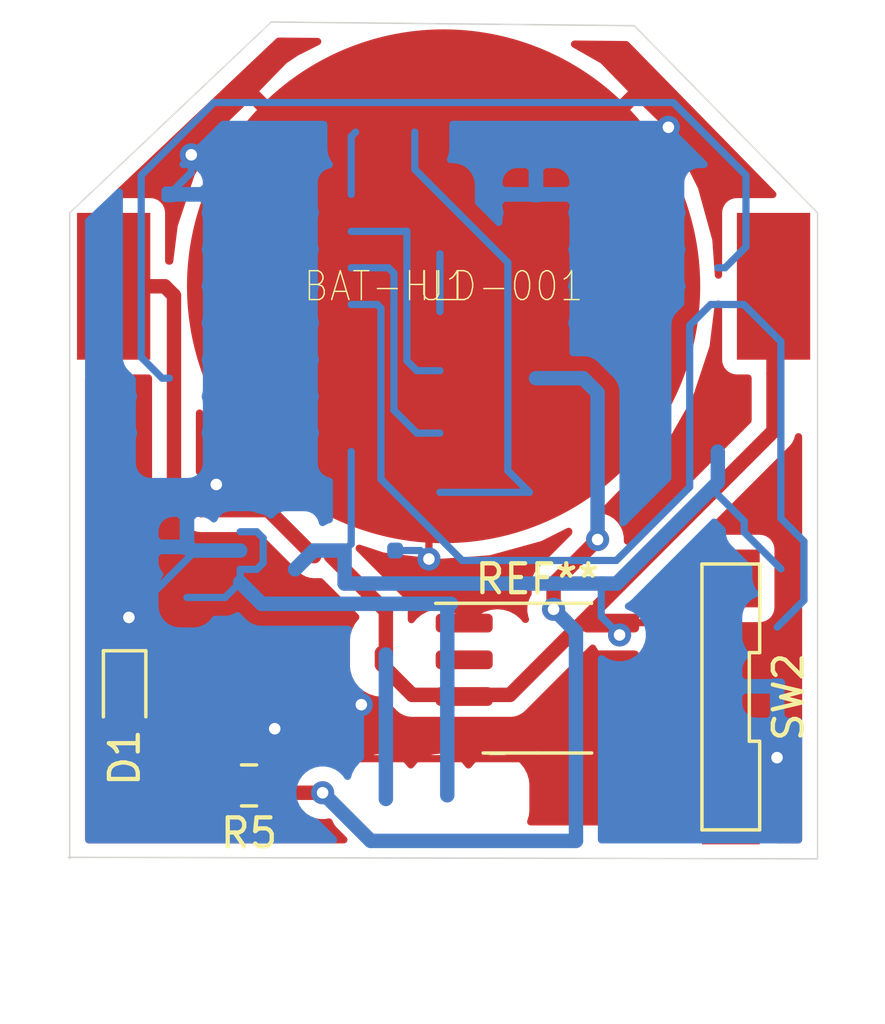
<source format=kicad_pcb>
(kicad_pcb (version 20171130) (host pcbnew 5.1.2-f72e74a~84~ubuntu18.04.1)

  (general
    (thickness 1.6)
    (drawings 6)
    (tracks 171)
    (zones 0)
    (modules 5)
    (nets 16)
  )

  (page A4)
  (layers
    (0 F.Cu signal)
    (31 B.Cu signal)
    (32 B.Adhes user)
    (33 F.Adhes user)
    (34 B.Paste user)
    (35 F.Paste user)
    (36 B.SilkS user)
    (37 F.SilkS user)
    (38 B.Mask user)
    (39 F.Mask user)
    (40 Dwgs.User user)
    (41 Cmts.User user)
    (42 Eco1.User user)
    (43 Eco2.User user)
    (44 Edge.Cuts user)
    (45 Margin user hide)
    (46 B.CrtYd user)
    (47 F.CrtYd user)
    (48 B.Fab user)
    (49 F.Fab user)
  )

  (setup
    (last_trace_width 0.25)
    (user_trace_width 0.5)
    (trace_clearance 0.2)
    (zone_clearance 0.508)
    (zone_45_only no)
    (trace_min 0.2)
    (via_size 0.8)
    (via_drill 0.4)
    (via_min_size 0.4)
    (via_min_drill 0.3)
    (uvia_size 0.3)
    (uvia_drill 0.1)
    (uvias_allowed no)
    (uvia_min_size 0.2)
    (uvia_min_drill 0.1)
    (edge_width 0.05)
    (segment_width 0.2)
    (pcb_text_width 0.3)
    (pcb_text_size 1.5 1.5)
    (mod_edge_width 0.12)
    (mod_text_size 1 1)
    (mod_text_width 0.15)
    (pad_size 1.524 1.524)
    (pad_drill 0.762)
    (pad_to_mask_clearance 0.051)
    (solder_mask_min_width 0.25)
    (aux_axis_origin 0 0)
    (visible_elements FFFFFF7F)
    (pcbplotparams
      (layerselection 0x010fc_ffffffff)
      (usegerberextensions false)
      (usegerberattributes false)
      (usegerberadvancedattributes false)
      (creategerberjobfile false)
      (excludeedgelayer true)
      (linewidth 0.100000)
      (plotframeref false)
      (viasonmask false)
      (mode 1)
      (useauxorigin false)
      (hpglpennumber 1)
      (hpglpenspeed 20)
      (hpglpendiameter 15.000000)
      (psnegative false)
      (psa4output false)
      (plotreference true)
      (plotvalue true)
      (plotinvisibletext false)
      (padsonsilk false)
      (subtractmaskfromsilk false)
      (outputformat 1)
      (mirror false)
      (drillshape 1)
      (scaleselection 1)
      (outputdirectory ""))
  )

  (net 0 "")
  (net 1 "Net-(C1-Pad1)")
  (net 2 GND)
  (net 3 "Net-(C2-Pad1)")
  (net 4 "Net-(C3-Pad1)")
  (net 5 "Net-(C3-Pad2)")
  (net 6 "Net-(D1-Pad2)")
  (net 7 "Net-(R2-Pad1)")
  (net 8 "Net-(R3-Pad1)")
  (net 9 "Net-(R3-Pad2)")
  (net 10 "Net-(R5-Pad1)")
  (net 11 +3V3)
  (net 12 "Net-(U3-Pad3)")
  (net 13 "Net-(C4-Pad2)")
  (net 14 "Net-(D2-Pad2)")
  (net 15 "Net-(R6-Pad1)")

  (net_class Default "This is the default net class."
    (clearance 0.2)
    (trace_width 0.25)
    (via_dia 0.8)
    (via_drill 0.4)
    (uvia_dia 0.3)
    (uvia_drill 0.1)
    (add_net +3V3)
    (add_net GND)
    (add_net "Net-(C1-Pad1)")
    (add_net "Net-(C2-Pad1)")
    (add_net "Net-(C3-Pad1)")
    (add_net "Net-(C3-Pad2)")
    (add_net "Net-(C4-Pad2)")
    (add_net "Net-(D1-Pad2)")
    (add_net "Net-(D2-Pad2)")
    (add_net "Net-(R2-Pad1)")
    (add_net "Net-(R3-Pad1)")
    (add_net "Net-(R3-Pad2)")
    (add_net "Net-(R5-Pad1)")
    (add_net "Net-(R6-Pad1)")
    (add_net "Net-(U3-Pad3)")
  )

  (module Package_SO:SOP-8_3.76x4.96mm_P1.27mm (layer F.Cu) (tedit 5C4A362D) (tstamp 5D687821)
    (at 149.3 98.65)
    (descr "SOP, 8 Pin (https://ww2.minicircuits.com/case_style/XX211.pdf), generated with kicad-footprint-generator ipc_gullwing_generator.py")
    (tags "SOP SO")
    (attr smd)
    (fp_text reference REF** (at 0 -3.43) (layer F.SilkS)
      (effects (font (size 1 1) (thickness 0.15)))
    )
    (fp_text value SOP-8_3.76x4.96mm_P1.27mm (at 0 3.43) (layer F.Fab)
      (effects (font (size 1 1) (thickness 0.15)))
    )
    (fp_text user %R (at 0 0) (layer F.Fab)
      (effects (font (size 0.94 0.94) (thickness 0.14)))
    )
    (fp_line (start 3.78 -2.73) (end -3.78 -2.73) (layer F.CrtYd) (width 0.05))
    (fp_line (start 3.78 2.73) (end 3.78 -2.73) (layer F.CrtYd) (width 0.05))
    (fp_line (start -3.78 2.73) (end 3.78 2.73) (layer F.CrtYd) (width 0.05))
    (fp_line (start -3.78 -2.73) (end -3.78 2.73) (layer F.CrtYd) (width 0.05))
    (fp_line (start -1.88 -1.54) (end -0.94 -2.48) (layer F.Fab) (width 0.1))
    (fp_line (start -1.88 2.48) (end -1.88 -1.54) (layer F.Fab) (width 0.1))
    (fp_line (start 1.88 2.48) (end -1.88 2.48) (layer F.Fab) (width 0.1))
    (fp_line (start 1.88 -2.48) (end 1.88 2.48) (layer F.Fab) (width 0.1))
    (fp_line (start -0.94 -2.48) (end 1.88 -2.48) (layer F.Fab) (width 0.1))
    (fp_line (start 0 -2.59) (end -3.525 -2.59) (layer F.SilkS) (width 0.12))
    (fp_line (start 0 -2.59) (end 1.88 -2.59) (layer F.SilkS) (width 0.12))
    (fp_line (start 0 2.59) (end -1.88 2.59) (layer F.SilkS) (width 0.12))
    (fp_line (start 0 2.59) (end 1.88 2.59) (layer F.SilkS) (width 0.12))
    (pad 8 smd roundrect (at 2.5375 -1.905) (size 1.975 0.65) (layers F.Cu F.Paste F.Mask) (roundrect_rratio 0.25))
    (pad 7 smd roundrect (at 2.5375 -0.635) (size 1.975 0.65) (layers F.Cu F.Paste F.Mask) (roundrect_rratio 0.25))
    (pad 6 smd roundrect (at 2.5375 0.635) (size 1.975 0.65) (layers F.Cu F.Paste F.Mask) (roundrect_rratio 0.25))
    (pad 5 smd roundrect (at 2.5375 1.905) (size 1.975 0.65) (layers F.Cu F.Paste F.Mask) (roundrect_rratio 0.25))
    (pad 4 smd roundrect (at -2.5375 1.905) (size 1.975 0.65) (layers F.Cu F.Paste F.Mask) (roundrect_rratio 0.25))
    (pad 3 smd roundrect (at -2.5375 0.635) (size 1.975 0.65) (layers F.Cu F.Paste F.Mask) (roundrect_rratio 0.25))
    (pad 2 smd roundrect (at -2.5375 -0.635) (size 1.975 0.65) (layers F.Cu F.Paste F.Mask) (roundrect_rratio 0.25))
    (pad 1 smd roundrect (at -2.5375 -1.905) (size 1.975 0.65) (layers F.Cu F.Paste F.Mask) (roundrect_rratio 0.25))
    (model ${KISYS3DMOD}/Package_SO.3dshapes/SOP-8_3.76x4.96mm_P1.27mm.wrl
      (at (xyz 0 0 0))
      (scale (xyz 1 1 1))
      (rotate (xyz 0 0 0))
    )
  )

  (module Resistor_SMD:R_0805_2012Metric_Pad1.15x1.40mm_HandSolder (layer F.Cu) (tedit 5B36C52B) (tstamp 5D2C9391)
    (at 139.31 102.362 180)
    (descr "Resistor SMD 0805 (2012 Metric), square (rectangular) end terminal, IPC_7351 nominal with elongated pad for handsoldering. (Body size source: https://docs.google.com/spreadsheets/d/1BsfQQcO9C6DZCsRaXUlFlo91Tg2WpOkGARC1WS5S8t0/edit?usp=sharing), generated with kicad-footprint-generator")
    (tags "resistor handsolder")
    (path /5D2CDD46)
    (attr smd)
    (fp_text reference R5 (at 0 -1.65) (layer F.SilkS)
      (effects (font (size 1 1) (thickness 0.15)))
    )
    (fp_text value R (at 0 1.65) (layer F.Fab)
      (effects (font (size 1 1) (thickness 0.15)))
    )
    (fp_text user %R (at -1.077001 -0.607001) (layer F.Fab)
      (effects (font (size 0.5 0.5) (thickness 0.08)))
    )
    (fp_line (start 1.85 0.95) (end -1.85 0.95) (layer F.CrtYd) (width 0.05))
    (fp_line (start 1.85 -0.95) (end 1.85 0.95) (layer F.CrtYd) (width 0.05))
    (fp_line (start -1.85 -0.95) (end 1.85 -0.95) (layer F.CrtYd) (width 0.05))
    (fp_line (start -1.85 0.95) (end -1.85 -0.95) (layer F.CrtYd) (width 0.05))
    (fp_line (start -0.261252 0.71) (end 0.261252 0.71) (layer F.SilkS) (width 0.12))
    (fp_line (start -0.261252 -0.71) (end 0.261252 -0.71) (layer F.SilkS) (width 0.12))
    (fp_line (start 1 0.6) (end -1 0.6) (layer F.Fab) (width 0.1))
    (fp_line (start 1 -0.6) (end 1 0.6) (layer F.Fab) (width 0.1))
    (fp_line (start -1 -0.6) (end 1 -0.6) (layer F.Fab) (width 0.1))
    (fp_line (start -1 0.6) (end -1 -0.6) (layer F.Fab) (width 0.1))
    (pad 2 smd roundrect (at 1.025 0 180) (size 1.15 1.4) (layers F.Cu F.Paste F.Mask) (roundrect_rratio 0.217391)
      (net 6 "Net-(D1-Pad2)"))
    (pad 1 smd roundrect (at -1.025 0 180) (size 1.15 1.4) (layers F.Cu F.Paste F.Mask) (roundrect_rratio 0.217391)
      (net 10 "Net-(R5-Pad1)"))
    (model ${KISYS3DMOD}/Resistor_SMD.3dshapes/R_0805_2012Metric.wrl
      (at (xyz 0 0 0))
      (scale (xyz 1 1 1))
      (rotate (xyz 0 0 0))
    )
  )

  (module BAT-HLD-001:BAT-HLD-001 (layer F.Cu) (tedit 0) (tstamp 5D2C93C0)
    (at 146.05 85.09)
    (path /5D2D9E2F)
    (attr smd)
    (fp_text reference U1 (at 0 0) (layer F.SilkS)
      (effects (font (size 1 0.9) (thickness 0.05)))
    )
    (fp_text value BAT-HLD-001 (at 0 0) (layer F.SilkS)
      (effects (font (size 1 0.9) (thickness 0.05)))
    )
    (pad +@1 smd rect (at -11.43 0) (size 2.54 5.08) (layers F.Cu F.Paste F.Mask)
      (net 11 +3V3))
    (pad +@2 smd rect (at 11.43 0) (size 2.54 5.08) (layers F.Cu F.Paste F.Mask)
      (net 11 +3V3))
    (pad - smd circle (at 0 0) (size 17.78 17.78) (layers F.Cu F.Paste F.Mask)
      (net 2 GND))
  )

  (module LED_SMD:LED_0603_1608Metric (layer F.Cu) (tedit 5B301BBE) (tstamp 5D54F1D9)
    (at 135 99.1875 270)
    (descr "LED SMD 0603 (1608 Metric), square (rectangular) end terminal, IPC_7351 nominal, (Body size source: http://www.tortai-tech.com/upload/download/2011102023233369053.pdf), generated with kicad-footprint-generator")
    (tags diode)
    (path /5D2CE16F)
    (attr smd)
    (fp_text reference D1 (at 2.2125 0 90) (layer F.SilkS)
      (effects (font (size 1 1) (thickness 0.15)))
    )
    (fp_text value LED (at 0 1.43 90) (layer F.Fab)
      (effects (font (size 1 1) (thickness 0.15)))
    )
    (fp_line (start 0.8 -0.4) (end -0.5 -0.4) (layer F.Fab) (width 0.1))
    (fp_line (start -0.5 -0.4) (end -0.8 -0.1) (layer F.Fab) (width 0.1))
    (fp_line (start -0.8 -0.1) (end -0.8 0.4) (layer F.Fab) (width 0.1))
    (fp_line (start -0.8 0.4) (end 0.8 0.4) (layer F.Fab) (width 0.1))
    (fp_line (start 0.8 0.4) (end 0.8 -0.4) (layer F.Fab) (width 0.1))
    (fp_line (start 0.8 -0.735) (end -1.485 -0.735) (layer F.SilkS) (width 0.12))
    (fp_line (start -1.485 -0.735) (end -1.485 0.735) (layer F.SilkS) (width 0.12))
    (fp_line (start -1.485 0.735) (end 0.8 0.735) (layer F.SilkS) (width 0.12))
    (fp_line (start -1.48 0.73) (end -1.48 -0.73) (layer F.CrtYd) (width 0.05))
    (fp_line (start -1.48 -0.73) (end 1.48 -0.73) (layer F.CrtYd) (width 0.05))
    (fp_line (start 1.48 -0.73) (end 1.48 0.73) (layer F.CrtYd) (width 0.05))
    (fp_line (start 1.48 0.73) (end -1.48 0.73) (layer F.CrtYd) (width 0.05))
    (fp_text user %R (at 0 0 90) (layer F.Fab)
      (effects (font (size 0.4 0.4) (thickness 0.06)))
    )
    (pad 1 smd roundrect (at -0.7875 0 270) (size 0.875 0.95) (layers F.Cu F.Paste F.Mask) (roundrect_rratio 0.25)
      (net 2 GND))
    (pad 2 smd roundrect (at 0.7875 0 270) (size 0.875 0.95) (layers F.Cu F.Paste F.Mask) (roundrect_rratio 0.25)
      (net 6 "Net-(D1-Pad2)"))
    (model ${KISYS3DMOD}/LED_SMD.3dshapes/LED_0603_1608Metric.wrl
      (at (xyz 0 0 0))
      (scale (xyz 1 1 1))
      (rotate (xyz 0 0 0))
    )
  )

  (module "PTS636 SK50 LFS:PTS636-SK50-LFS" (layer F.Cu) (tedit 5D54B7B1) (tstamp 5D54F20F)
    (at 156 99.3 180)
    (path /5D2F62A0)
    (fp_text reference SW2 (at -2 0 90) (layer F.SilkS)
      (effects (font (size 1 1) (thickness 0.15)))
    )
    (fp_text value SW_Push (at 0 -6.35) (layer F.Fab)
      (effects (font (size 1 1) (thickness 0.15)))
    )
    (fp_line (start -1 4.6) (end 0.999999 4.6) (layer F.SilkS) (width 0.12))
    (fp_line (start 0.999999 4.6) (end 1 -4.6) (layer F.SilkS) (width 0.12))
    (fp_line (start 1 -4.6) (end -0.999999 -4.6) (layer F.SilkS) (width 0.12))
    (fp_line (start -0.999999 -4.6) (end -0.999999 -1.533333) (layer F.SilkS) (width 0.12))
    (fp_line (start -0.999999 -1.533333) (end -0.639999 -1.533333) (layer F.SilkS) (width 0.12))
    (fp_line (start -0.639999 -1.533333) (end -0.64 1.533333) (layer F.SilkS) (width 0.12))
    (fp_line (start -0.64 1.533333) (end -1 1.533333) (layer F.SilkS) (width 0.12))
    (fp_line (start -1 1.533333) (end -1 4.6) (layer F.SilkS) (width 0.12))
    (fp_line (start -0.75 -4.35) (end 0.75 -4.35) (layer F.CrtYd) (width 0.05))
    (fp_line (start 0.75 -4.35) (end 0.75 4.35) (layer F.CrtYd) (width 0.05))
    (fp_line (start 0.75 4.35) (end -0.75 4.35) (layer F.CrtYd) (width 0.05))
    (fp_line (start -0.75 4.35) (end -0.75 -4.35) (layer F.CrtYd) (width 0.05))
    (pad 2 smd rect (at 0 -4.1 180) (size 2 2) (layers F.Cu F.Paste F.Mask)
      (net 15 "Net-(R6-Pad1)"))
    (pad 1 smd rect (at 0 4.1 180) (size 2 2) (layers F.Cu F.Paste F.Mask)
      (net 3 "Net-(C2-Pad1)"))
  )

  (gr_line (start 133.05 104.85) (end 159.004 104.902) (layer Edge.Cuts) (width 0.05))
  (gr_line (start 133.096 82.55) (end 133.096 104.902) (layer Edge.Cuts) (width 0.05))
  (gr_line (start 159.004 82.55) (end 159.004 104.902) (layer Edge.Cuts) (width 0.05))
  (gr_line (start 152.654 76.073) (end 159.004 82.55) (layer Edge.Cuts) (width 0.05))
  (gr_line (start 140.081 75.946) (end 152.654 76.073) (layer Edge.Cuts) (width 0.05))
  (gr_line (start 133.096 82.55) (end 140.081 75.946) (layer Edge.Cuts) (width 0.05))

  (segment (start 137.735 95.857) (end 137.16 95.857) (width 0.25) (layer B.Cu) (net 1))
  (segment (start 138.481 95.857) (end 137.735 95.857) (width 0.25) (layer B.Cu) (net 1))
  (segment (start 139.004 95.334) (end 138.481 95.857) (width 0.25) (layer B.Cu) (net 1))
  (segment (start 139.004 94.884) (end 139.004 95.334) (width 0.25) (layer B.Cu) (net 1))
  (segment (start 146.177 96.203) (end 146.177 97.703) (width 0.5) (layer B.Cu) (net 1))
  (segment (start 139.74701 96.07701) (end 146.30299 96.07701) (width 0.5) (layer B.Cu) (net 1))
  (segment (start 146.30299 96.07701) (end 146.177 96.203) (width 0.5) (layer B.Cu) (net 1))
  (segment (start 139.004 95.334) (end 139.74701 96.07701) (width 0.5) (layer B.Cu) (net 1))
  (segment (start 146.177 99.203) (end 146.177 102.703) (width 0.5) (layer B.Cu) (net 1))
  (segment (start 146.177 97.703) (end 146.177 99.203) (width 0.5) (layer B.Cu) (net 1))
  (segment (start 139.579 93.584) (end 139.8 93.805) (width 0.25) (layer B.Cu) (net 1))
  (segment (start 139.004 93.584) (end 139.579 93.584) (width 0.25) (layer B.Cu) (net 1))
  (segment (start 139.579 94.884) (end 139.004 94.884) (width 0.25) (layer B.Cu) (net 1))
  (segment (start 139.8 94.663) (end 139.579 94.884) (width 0.25) (layer B.Cu) (net 1))
  (segment (start 139.8 93.805) (end 139.8 94.663) (width 0.25) (layer B.Cu) (net 1))
  (segment (start 137.287 94.234) (end 139.004 94.234) (width 0.5) (layer B.Cu) (net 2))
  (segment (start 137.16 94.107) (end 137.287 94.234) (width 0.5) (layer B.Cu) (net 2))
  (via (at 153.837848 79.588152) (size 0.8) (drill 0.4) (layers F.Cu B.Cu) (net 2))
  (segment (start 149.25 81.91) (end 151.516 81.91) (width 0.25) (layer B.Cu) (net 2))
  (segment (start 151.516 81.91) (end 153.837848 79.588152) (width 0.25) (layer B.Cu) (net 2))
  (segment (start 147.770315 85.09) (end 146.05 85.09) (width 0.25) (layer F.Cu) (net 2))
  (segment (start 153.272163 79.588152) (end 147.770315 85.09) (width 0.25) (layer F.Cu) (net 2))
  (segment (start 153.837848 79.588152) (end 153.272163 79.588152) (width 0.25) (layer F.Cu) (net 2))
  (segment (start 139.004 94.234) (end 137.46249 94.234) (width 0.25) (layer B.Cu) (net 2))
  (via (at 137.309652 80.540652) (size 0.8) (drill 0.4) (layers F.Cu B.Cu) (net 2))
  (segment (start 146.05 85.09) (end 141.859 85.09) (width 0.25) (layer F.Cu) (net 2))
  (segment (start 141.859 85.09) (end 137.309652 80.540652) (width 0.25) (layer F.Cu) (net 2))
  (segment (start 137.309652 81.150348) (end 136.55 81.91) (width 0.25) (layer B.Cu) (net 2))
  (segment (start 137.309652 80.540652) (end 137.309652 81.150348) (width 0.25) (layer B.Cu) (net 2))
  (via (at 145.542 94.527) (size 0.8) (drill 0.4) (layers F.Cu B.Cu) (net 2))
  (segment (start 144.371 94.234) (end 145.249 94.234) (width 0.25) (layer B.Cu) (net 2))
  (segment (start 145.249 94.234) (end 145.542 94.527) (width 0.25) (layer B.Cu) (net 2))
  (via (at 138.176 91.948) (size 0.8) (drill 0.4) (layers F.Cu B.Cu) (net 2))
  (segment (start 146.05 85.09) (end 145.034 85.09) (width 0.25) (layer F.Cu) (net 2))
  (segment (start 145.034 85.09) (end 138.176 91.948) (width 0.25) (layer F.Cu) (net 2))
  (segment (start 137.16 92.964) (end 137.16 94.107) (width 0.25) (layer B.Cu) (net 2))
  (segment (start 138.176 91.948) (end 137.16 92.964) (width 0.25) (layer B.Cu) (net 2))
  (segment (start 145.542 85.598) (end 146.05 85.09) (width 0.25) (layer F.Cu) (net 2))
  (segment (start 145.542 94.527) (end 145.542 85.598) (width 0.25) (layer F.Cu) (net 2))
  (segment (start 135 96.69649) (end 135.148245 96.548245) (width 0.25) (layer F.Cu) (net 2))
  (via (at 135.148245 96.548245) (size 0.8) (drill 0.4) (layers F.Cu B.Cu) (net 2))
  (segment (start 135 98.4) (end 135 96.69649) (width 0.25) (layer F.Cu) (net 2))
  (segment (start 137.46249 94.234) (end 135.148245 96.548245) (width 0.25) (layer B.Cu) (net 2))
  (segment (start 135.148245 96.548245) (end 133.825999 97.870491) (width 0.25) (layer B.Cu) (net 2))
  (segment (start 133.890999 100.235001) (end 136.450059 100.235001) (width 0.25) (layer B.Cu) (net 2))
  (segment (start 133.825999 100.170001) (end 133.890999 100.235001) (width 0.25) (layer B.Cu) (net 2))
  (segment (start 143.2 99.568) (end 142.634315 99.568) (width 0.25) (layer F.Cu) (net 2))
  (segment (start 136.450059 100.235001) (end 137.11706 99.568) (width 0.25) (layer B.Cu) (net 2))
  (segment (start 133.825999 97.870491) (end 133.825999 100.170001) (width 0.25) (layer B.Cu) (net 2))
  (via (at 143.2 99.568) (size 0.8) (drill 0.4) (layers F.Cu B.Cu) (net 2))
  (segment (start 142.399999 101.436001) (end 155.103999 101.436001) (width 0.25) (layer F.Cu) (net 2))
  (segment (start 142.022999 101.059001) (end 142.399999 101.436001) (width 0.25) (layer F.Cu) (net 2))
  (segment (start 142.022999 100.179316) (end 142.022999 101.059001) (width 0.25) (layer F.Cu) (net 2))
  (segment (start 142.634315 99.568) (end 142.022999 100.179316) (width 0.25) (layer F.Cu) (net 2))
  (via (at 157.6 101.4) (size 0.8) (drill 0.4) (layers F.Cu B.Cu) (net 2))
  (segment (start 155.103999 101.436001) (end 157.563999 101.436001) (width 0.25) (layer F.Cu) (net 2))
  (segment (start 157.563999 101.436001) (end 157.6 101.4) (width 0.25) (layer F.Cu) (net 2))
  (segment (start 157.6 98.94) (end 157.607 98.933) (width 0.25) (layer B.Cu) (net 2))
  (segment (start 157.6 101.4) (end 157.6 98.94) (width 0.25) (layer B.Cu) (net 2))
  (via (at 140.2 100.4) (size 0.8) (drill 0.4) (layers F.Cu B.Cu) (net 2))
  (segment (start 137.2 99.975) (end 139.775 99.975) (width 0.25) (layer F.Cu) (net 2))
  (segment (start 139.775 99.975) (end 140.2 100.4) (width 0.25) (layer F.Cu) (net 2))
  (segment (start 140.2 100.4) (end 140.2 99.834315) (width 0.25) (layer B.Cu) (net 2))
  (segment (start 137.11706 99.568) (end 140.368 99.568) (width 0.25) (layer B.Cu) (net 2))
  (segment (start 140.368 99.666315) (end 140.368 99.568) (width 0.25) (layer B.Cu) (net 2))
  (segment (start 140.2 99.834315) (end 140.368 99.666315) (width 0.25) (layer B.Cu) (net 2))
  (segment (start 140.368 99.568) (end 143.2 99.568) (width 0.25) (layer B.Cu) (net 2))
  (segment (start 142.85 94.005) (end 142.621 94.234) (width 0.25) (layer B.Cu) (net 3))
  (segment (start 142.85 90.81) (end 142.85 94.005) (width 0.25) (layer B.Cu) (net 3))
  (segment (start 141.554 94.234) (end 140.904 94.884) (width 0.5) (layer B.Cu) (net 3))
  (segment (start 142.621 94.234) (end 141.554 94.234) (width 0.5) (layer B.Cu) (net 3))
  (segment (start 142.621 94.234) (end 142.621 95.377) (width 0.5) (layer B.Cu) (net 3))
  (segment (start 155.55 91.874) (end 155.55 90.81) (width 0.5) (layer B.Cu) (net 3))
  (segment (start 157.734 94.869) (end 156.464 93.599) (width 0.25) (layer B.Cu) (net 3))
  (segment (start 156.464 93.218) (end 155.335 92.089) (width 0.25) (layer B.Cu) (net 3))
  (segment (start 156.464 93.599) (end 156.464 93.218) (width 0.25) (layer B.Cu) (net 3))
  (segment (start 152.047 95.377) (end 155.335 92.089) (width 0.5) (layer B.Cu) (net 3))
  (segment (start 155.335 92.089) (end 155.55 91.874) (width 0.5) (layer B.Cu) (net 3))
  (segment (start 142.621 95.377) (end 151.511 95.377) (width 0.5) (layer B.Cu) (net 3))
  (segment (start 151.511 95.377) (end 152.047 95.377) (width 0.5) (layer B.Cu) (net 3))
  (segment (start 151.511 96.52) (end 151.511 95.377) (width 0.25) (layer B.Cu) (net 3))
  (segment (start 152.146 97.155) (end 151.511 96.52) (width 0.25) (layer B.Cu) (net 3))
  (segment (start 152.571 96.73) (end 152.146 97.155) (width 0.25) (layer F.Cu) (net 3))
  (segment (start 153.797 96.73) (end 152.571 96.73) (width 0.25) (layer F.Cu) (net 3))
  (via (at 152.146 97.155) (size 0.8) (drill 0.4) (layers F.Cu B.Cu) (net 3))
  (segment (start 156 95.2) (end 154.75 95.2) (width 0.25) (layer F.Cu) (net 3))
  (segment (start 153.797 96.153) (end 153.797 96.997) (width 0.25) (layer F.Cu) (net 3))
  (segment (start 154.75 95.2) (end 153.797 96.153) (width 0.25) (layer F.Cu) (net 3))
  (segment (start 153.797 96.997) (end 153.797 96.73) (width 0.25) (layer F.Cu) (net 3))
  (segment (start 142.85 79.908) (end 143.002 79.756) (width 0.25) (layer B.Cu) (net 4))
  (segment (start 142.85 81.91) (end 142.85 79.908) (width 0.25) (layer B.Cu) (net 4))
  (segment (start 145.052 81.044) (end 145.923 81.915) (width 0.25) (layer B.Cu) (net 5))
  (segment (start 145.052 79.756) (end 145.052 81.044) (width 0.25) (layer B.Cu) (net 5))
  (segment (start 146.546372 82.538372) (end 145.923 81.915) (width 0.25) (layer B.Cu) (net 5))
  (segment (start 148.274999 84.266999) (end 146.546372 82.538372) (width 0.25) (layer B.Cu) (net 5))
  (segment (start 148.274999 91.470001) (end 148.274999 84.266999) (width 0.25) (layer B.Cu) (net 5))
  (segment (start 149.024998 92.22) (end 148.274999 91.470001) (width 0.25) (layer B.Cu) (net 5))
  (segment (start 145.923 92.22) (end 149.024998 92.22) (width 0.25) (layer B.Cu) (net 5))
  (segment (start 137.387 102.362) (end 137.349 102.4) (width 0.25) (layer F.Cu) (net 6))
  (segment (start 138.285 102.362) (end 137.387 102.362) (width 0.25) (layer F.Cu) (net 6))
  (segment (start 137.349 102.4) (end 134.8 102.4) (width 0.25) (layer F.Cu) (net 6))
  (segment (start 135 102.2) (end 135 99.975) (width 0.25) (layer F.Cu) (net 6))
  (segment (start 134.8 102.4) (end 135 102.2) (width 0.25) (layer F.Cu) (net 6))
  (segment (start 144.32999 84.63999) (end 144.14 84.45) (width 0.25) (layer B.Cu) (net 7))
  (segment (start 144.14 84.45) (end 142.85 84.45) (width 0.25) (layer B.Cu) (net 7))
  (segment (start 144.32999 89.37699) (end 144.32999 84.63999) (width 0.25) (layer B.Cu) (net 7))
  (segment (start 145.923 90.17) (end 145.123 90.17) (width 0.25) (layer B.Cu) (net 7))
  (segment (start 145.123 90.17) (end 144.32999 89.37699) (width 0.25) (layer B.Cu) (net 7))
  (segment (start 145.123 88.011) (end 144.78 87.668) (width 0.25) (layer B.Cu) (net 8))
  (segment (start 145.923 88.011) (end 145.123 88.011) (width 0.25) (layer B.Cu) (net 8))
  (segment (start 144.78 87.668) (end 144.78 83.185) (width 0.25) (layer B.Cu) (net 8))
  (segment (start 144.775 83.19) (end 142.85 83.19) (width 0.25) (layer B.Cu) (net 8))
  (segment (start 144.78 83.185) (end 144.775 83.19) (width 0.25) (layer B.Cu) (net 8))
  (segment (start 145.923 85.961) (end 145.923 83.965) (width 0.25) (layer B.Cu) (net 9))
  (via (at 141.859 102.616) (size 0.8) (drill 0.4) (layers F.Cu B.Cu) (net 10))
  (segment (start 143.52301 104.28001) (end 141.859 102.616) (width 0.5) (layer B.Cu) (net 10))
  (segment (start 140.589 102.616) (end 140.335 102.362) (width 0.5) (layer F.Cu) (net 10))
  (segment (start 141.859 102.616) (end 140.589 102.616) (width 0.5) (layer F.Cu) (net 10))
  (via (at 149.86 96.266) (size 0.8) (drill 0.4) (layers F.Cu B.Cu) (net 10))
  (segment (start 150.63501 97.04101) (end 149.86 96.266) (width 0.5) (layer B.Cu) (net 10))
  (segment (start 150.63501 104.28001) (end 150.63501 97.04101) (width 0.5) (layer B.Cu) (net 10))
  (segment (start 150.63501 104.28001) (end 143.52301 104.28001) (width 0.5) (layer B.Cu) (net 10))
  (via (at 151.384 93.853) (size 0.8) (drill 0.4) (layers F.Cu B.Cu) (net 10))
  (segment (start 149.86 96.266) (end 149.86 95.377) (width 0.5) (layer F.Cu) (net 10))
  (segment (start 149.86 95.377) (end 151.384 93.853) (width 0.5) (layer F.Cu) (net 10))
  (segment (start 151.384 93.853) (end 151.384 88.773) (width 0.5) (layer B.Cu) (net 10))
  (segment (start 150.881 88.27) (end 149.25 88.27) (width 0.5) (layer B.Cu) (net 10))
  (segment (start 151.384 88.773) (end 150.881 88.27) (width 0.5) (layer B.Cu) (net 10))
  (segment (start 144.05 97.83) (end 144.05 98.23) (width 0.5) (layer B.Cu) (net 11))
  (segment (start 144.05 96.33) (end 144.05 97.83) (width 0.5) (layer F.Cu) (net 11))
  (segment (start 142.150001 94.430001) (end 144.05 96.33) (width 0.5) (layer F.Cu) (net 11))
  (segment (start 135.216798 95.6) (end 135.8 95.6) (width 0.5) (layer F.Cu) (net 11))
  (segment (start 134.62 85.09) (end 136.39 85.09) (width 0.5) (layer F.Cu) (net 11))
  (segment (start 136.39 85.09) (end 136.709999 85.409999) (width 0.5) (layer F.Cu) (net 11))
  (segment (start 137.668 92.837) (end 139.973798 92.837) (width 0.5) (layer F.Cu) (net 11))
  (segment (start 136.709999 85.409999) (end 136.709999 91.878999) (width 0.5) (layer F.Cu) (net 11))
  (segment (start 139.973798 92.837) (end 141.566799 94.430001) (width 0.5) (layer F.Cu) (net 11))
  (segment (start 136.709999 91.878999) (end 137.668 92.837) (width 0.5) (layer F.Cu) (net 11))
  (segment (start 144.05 98.23) (end 144.05 102.83) (width 0.5) (layer B.Cu) (net 11))
  (segment (start 157.48 88.13) (end 157.48 85.09) (width 0.5) (layer F.Cu) (net 11))
  (segment (start 144.96285 99.22857) (end 148.347768 99.22857) (width 0.5) (layer F.Cu) (net 11))
  (segment (start 148.347768 99.22857) (end 157.48 90.096338) (width 0.5) (layer F.Cu) (net 11))
  (segment (start 143.91284 98.17856) (end 144.96285 99.22857) (width 0.5) (layer F.Cu) (net 11))
  (segment (start 157.48 90.096338) (end 157.48 88.13) (width 0.5) (layer F.Cu) (net 11))
  (segment (start 143.91284 97.77856) (end 143.91284 98.17856) (width 0.5) (layer F.Cu) (net 11))
  (segment (start 155.8 84.45) (end 155.55 84.45) (width 0.25) (layer B.Cu) (net 12))
  (segment (start 156.525001 81.249999) (end 156.525001 83.724999) (width 0.25) (layer B.Cu) (net 12))
  (segment (start 154.005992 78.73099) (end 156.525001 81.249999) (width 0.25) (layer B.Cu) (net 12))
  (segment (start 138.094008 78.73099) (end 154.005992 78.73099) (width 0.25) (layer B.Cu) (net 12))
  (segment (start 135.574999 81.249999) (end 138.094008 78.73099) (width 0.25) (layer B.Cu) (net 12))
  (segment (start 135.574999 87.544999) (end 135.574999 81.249999) (width 0.25) (layer B.Cu) (net 12))
  (segment (start 136.3 88.27) (end 135.574999 87.544999) (width 0.25) (layer B.Cu) (net 12))
  (segment (start 156.525001 83.724999) (end 155.8 84.45) (width 0.25) (layer B.Cu) (net 12))
  (segment (start 136.55 88.27) (end 136.3 88.27) (width 0.25) (layer B.Cu) (net 12))
  (segment (start 156.45 85.72) (end 155.55 85.72) (width 0.25) (layer B.Cu) (net 13))
  (segment (start 157.734 87.004) (end 156.45 85.72) (width 0.25) (layer B.Cu) (net 13))
  (segment (start 157.734 93.119) (end 157.734 87.004) (width 0.25) (layer B.Cu) (net 13))
  (segment (start 158.233072 93.618072) (end 157.734 93.119) (width 0.25) (layer B.Cu) (net 13))
  (segment (start 158.53401 93.91901) (end 158.233072 93.618072) (width 0.25) (layer B.Cu) (net 13))
  (segment (start 158.53401 95.95599) (end 158.53401 93.91901) (width 0.25) (layer B.Cu) (net 13))
  (segment (start 157.607 96.883) (end 158.53401 95.95599) (width 0.25) (layer B.Cu) (net 13))
  (segment (start 155.3 85.72) (end 155.55 85.72) (width 0.25) (layer B.Cu) (net 13))
  (segment (start 154.574999 86.445001) (end 155.3 85.72) (width 0.25) (layer B.Cu) (net 13))
  (segment (start 154.574999 92.035815) (end 154.574999 86.445001) (width 0.25) (layer B.Cu) (net 13))
  (segment (start 152.032813 94.578001) (end 154.574999 92.035815) (width 0.25) (layer B.Cu) (net 13))
  (segment (start 146.692811 94.578001) (end 152.032813 94.578001) (width 0.25) (layer B.Cu) (net 13))
  (segment (start 143.87998 91.76517) (end 146.692811 94.578001) (width 0.25) (layer B.Cu) (net 13))
  (segment (start 143.75 85.72) (end 143.87998 85.84998) (width 0.25) (layer B.Cu) (net 13))
  (segment (start 143.87998 85.84998) (end 143.87998 91.76517) (width 0.25) (layer B.Cu) (net 13))
  (segment (start 142.85 85.72) (end 143.75 85.72) (width 0.25) (layer B.Cu) (net 13))
  (segment (start 139.125 98.4) (end 137.2 98.4) (width 0.25) (layer F.Cu) (net 14))

  (zone (net 2) (net_name GND) (layer F.Cu) (tstamp 0) (hatch edge 0.508)
    (connect_pads (clearance 0.508))
    (min_thickness 0.254)
    (fill yes (arc_segments 32) (thermal_gap 0.508) (thermal_bridge_width 0.508))
    (polygon
      (pts
        (xy 131.699 75.819) (xy 159.766 75.184) (xy 161.036 109.728) (xy 130.683 109.728)
      )
    )
    (filled_polygon
      (pts
        (xy 135.825 91.83552) (xy 135.820718 91.878999) (xy 135.837804 92.052489) (xy 135.888411 92.219312) (xy 135.970589 92.373058)
        (xy 136.053467 92.474045) (xy 136.05347 92.474048) (xy 136.081183 92.507816) (xy 136.11495 92.535528) (xy 137.01147 93.432049)
        (xy 137.039183 93.465817) (xy 137.072951 93.49353) (xy 137.072953 93.493532) (xy 137.130452 93.54072) (xy 137.173941 93.576411)
        (xy 137.327687 93.658589) (xy 137.49451 93.709195) (xy 137.624523 93.722) (xy 137.624533 93.722) (xy 137.667999 93.726281)
        (xy 137.711466 93.722) (xy 139.60722 93.722) (xy 140.910269 95.02505) (xy 140.937982 95.058818) (xy 140.97175 95.086531)
        (xy 140.971752 95.086533) (xy 141.07274 95.169412) (xy 141.226485 95.25159) (xy 141.289726 95.270774) (xy 141.393309 95.302196)
        (xy 141.523322 95.315001) (xy 141.52333 95.315001) (xy 141.566799 95.319282) (xy 141.610268 95.315001) (xy 141.783423 95.315001)
        (xy 143.005652 96.537231) (xy 142.881007 96.689112) (xy 142.766329 96.90366) (xy 142.69571 97.136459) (xy 142.67784 97.317896)
        (xy 142.67784 98.239225) (xy 142.69571 98.420662) (xy 142.766329 98.653461) (xy 142.881008 98.868009) (xy 143.035339 99.056062)
        (xy 143.223392 99.210393) (xy 143.43794 99.325071) (xy 143.670739 99.39569) (xy 143.901078 99.418377) (xy 144.30632 99.823619)
        (xy 144.334033 99.857387) (xy 144.367801 99.8851) (xy 144.367803 99.885102) (xy 144.431854 99.937667) (xy 144.468791 99.967981)
        (xy 144.622537 100.050159) (xy 144.78936 100.100765) (xy 144.919373 100.11357) (xy 144.919383 100.11357) (xy 144.962849 100.117851)
        (xy 145.006315 100.11357) (xy 148.304299 100.11357) (xy 148.347768 100.117851) (xy 148.391237 100.11357) (xy 148.391245 100.11357)
        (xy 148.521258 100.100765) (xy 148.688081 100.050159) (xy 148.841827 99.967981) (xy 148.976585 99.857387) (xy 149.004302 99.823614)
        (xy 151.215282 97.612634) (xy 151.228795 97.645256) (xy 151.342063 97.814774) (xy 151.486226 97.958937) (xy 151.655744 98.072205)
        (xy 151.844102 98.150226) (xy 152.044061 98.19) (xy 152.247939 98.19) (xy 152.447898 98.150226) (xy 152.636256 98.072205)
        (xy 152.805774 97.958937) (xy 152.949937 97.814774) (xy 153.063205 97.645256) (xy 153.127515 97.49) (xy 153.218427 97.49)
        (xy 153.256999 97.537001) (xy 153.372724 97.631974) (xy 153.504753 97.702546) (xy 153.648014 97.746003) (xy 153.797 97.760677)
        (xy 153.945986 97.746003) (xy 154.089247 97.702546) (xy 154.221276 97.631974) (xy 154.337001 97.537001) (xy 154.431974 97.421276)
        (xy 154.502546 97.289247) (xy 154.546003 97.145986) (xy 154.557 97.034333) (xy 154.557 96.767333) (xy 154.560677 96.73)
        (xy 154.557 96.692667) (xy 154.557 96.657902) (xy 154.645506 96.730537) (xy 154.75582 96.789502) (xy 154.875518 96.825812)
        (xy 155 96.838072) (xy 157 96.838072) (xy 157.124482 96.825812) (xy 157.24418 96.789502) (xy 157.354494 96.730537)
        (xy 157.451185 96.651185) (xy 157.530537 96.554494) (xy 157.589502 96.44418) (xy 157.625812 96.324482) (xy 157.638072 96.2)
        (xy 157.638072 94.2) (xy 157.625812 94.075518) (xy 157.589502 93.95582) (xy 157.530537 93.845506) (xy 157.451185 93.748815)
        (xy 157.354494 93.669463) (xy 157.24418 93.610498) (xy 157.124482 93.574188) (xy 157 93.561928) (xy 155.265989 93.561928)
        (xy 158.075051 90.752866) (xy 158.108817 90.725155) (xy 158.219411 90.590397) (xy 158.301589 90.436651) (xy 158.344 90.296842)
        (xy 158.344001 104.242) (xy 157.638072 104.242) (xy 157.638072 102.4) (xy 157.625812 102.275518) (xy 157.589502 102.15582)
        (xy 157.530537 102.045506) (xy 157.451185 101.948815) (xy 157.354494 101.869463) (xy 157.24418 101.810498) (xy 157.124482 101.774188)
        (xy 157 101.761928) (xy 155 101.761928) (xy 154.875518 101.774188) (xy 154.75582 101.810498) (xy 154.645506 101.869463)
        (xy 154.548815 101.948815) (xy 154.469463 102.045506) (xy 154.410498 102.15582) (xy 154.374188 102.275518) (xy 154.361928 102.4)
        (xy 154.361928 103.620009) (xy 149.069499 103.620009) (xy 149.12997 103.420661) (xy 149.14784 103.239224) (xy 149.14784 102.317895)
        (xy 149.12997 102.136458) (xy 149.059351 101.903659) (xy 148.944673 101.689111) (xy 148.790342 101.501058) (xy 148.602288 101.346727)
        (xy 148.38774 101.232049) (xy 148.154941 101.16143) (xy 147.91284 101.137585) (xy 147.670738 101.16143) (xy 147.437939 101.232049)
        (xy 147.223391 101.346727) (xy 147.035338 101.501058) (xy 146.91284 101.650323) (xy 146.790342 101.501058) (xy 146.602288 101.346727)
        (xy 146.38774 101.232049) (xy 146.154941 101.16143) (xy 145.91284 101.137585) (xy 145.670738 101.16143) (xy 145.437939 101.232049)
        (xy 145.223391 101.346727) (xy 145.035338 101.501058) (xy 144.91284 101.650323) (xy 144.790342 101.501058) (xy 144.602288 101.346727)
        (xy 144.38774 101.232049) (xy 144.154941 101.16143) (xy 143.91284 101.137585) (xy 143.670738 101.16143) (xy 143.437939 101.232049)
        (xy 143.223391 101.346727) (xy 143.035338 101.501058) (xy 142.975888 101.573498) (xy 141.76 100.357611) (xy 141.76 99.567845)
        (xy 141.867292 99.479792) (xy 141.976958 99.346164) (xy 142.058447 99.193709) (xy 142.108628 99.028285) (xy 142.125572 98.85625)
        (xy 142.125572 97.94375) (xy 142.108628 97.771715) (xy 142.058447 97.606291) (xy 141.976958 97.453836) (xy 141.867292 97.320208)
        (xy 141.733664 97.210542) (xy 141.581209 97.129053) (xy 141.415785 97.078872) (xy 141.24375 97.061928) (xy 140.75625 97.061928)
        (xy 140.584215 97.078872) (xy 140.418791 97.129053) (xy 140.266336 97.210542) (xy 140.132708 97.320208) (xy 140.0625 97.405756)
        (xy 139.992292 97.320208) (xy 139.858664 97.210542) (xy 139.706209 97.129053) (xy 139.540785 97.078872) (xy 139.36875 97.061928)
        (xy 138.88125 97.061928) (xy 138.709215 97.078872) (xy 138.543791 97.129053) (xy 138.391336 97.210542) (xy 138.257708 97.320208)
        (xy 138.148042 97.453836) (xy 138.074807 97.59085) (xy 138.062115 97.575385) (xy 137.932275 97.468829) (xy 137.784142 97.38965)
        (xy 137.623408 97.340892) (xy 137.45625 97.324428) (xy 136.94375 97.324428) (xy 136.776592 97.340892) (xy 136.615858 97.38965)
        (xy 136.467725 97.468829) (xy 136.337885 97.575385) (xy 136.231329 97.705225) (xy 136.15215 97.853358) (xy 136.112645 97.983589)
        (xy 136.113072 97.9625) (xy 136.100812 97.838018) (xy 136.064502 97.71832) (xy 136.005537 97.608006) (xy 135.926185 97.511315)
        (xy 135.829494 97.431963) (xy 135.71918 97.372998) (xy 135.599482 97.336688) (xy 135.475 97.324428) (xy 135.28575 97.3275)
        (xy 135.127 97.48625) (xy 135.127 98.273) (xy 135.147 98.273) (xy 135.147 98.527) (xy 135.127 98.527)
        (xy 135.127 98.547) (xy 134.873 98.547) (xy 134.873 98.527) (xy 134.04875 98.527) (xy 133.89 98.68575)
        (xy 133.886928 98.8375) (xy 133.899188 98.961982) (xy 133.935498 99.08168) (xy 133.994463 99.191994) (xy 134.0491 99.25857)
        (xy 134.031329 99.280225) (xy 133.95215 99.428358) (xy 133.903392 99.589092) (xy 133.886928 99.75625) (xy 133.886928 100.19375)
        (xy 133.903392 100.360908) (xy 133.95215 100.521642) (xy 134.031329 100.669775) (xy 134.137885 100.799615) (xy 134.240001 100.883418)
        (xy 134.24 101.884368) (xy 134.165026 101.975724) (xy 134.094454 102.107753) (xy 134.050997 102.251014) (xy 134.036323 102.4)
        (xy 134.050997 102.548986) (xy 134.094454 102.692247) (xy 134.165026 102.824276) (xy 134.259999 102.940001) (xy 134.375724 103.034974)
        (xy 134.507753 103.105546) (xy 134.651014 103.149003) (xy 134.762667 103.16) (xy 134.762678 103.16) (xy 134.8 103.163676)
        (xy 134.837322 103.16) (xy 137.143884 103.16) (xy 137.221595 103.305387) (xy 137.332038 103.439962) (xy 137.466613 103.550405)
        (xy 137.620149 103.632472) (xy 137.786745 103.683008) (xy 137.959999 103.700072) (xy 138.610001 103.700072) (xy 138.783255 103.683008)
        (xy 138.949851 103.632472) (xy 139.103387 103.550405) (xy 139.237962 103.439962) (xy 139.31 103.352184) (xy 139.382038 103.439962)
        (xy 139.516613 103.550405) (xy 139.670149 103.632472) (xy 139.836745 103.683008) (xy 140.009999 103.700072) (xy 140.660001 103.700072)
        (xy 140.833255 103.683008) (xy 140.999851 103.632472) (xy 141.153387 103.550405) (xy 141.213587 103.501) (xy 141.320546 103.501)
        (xy 141.368744 103.533205) (xy 141.557102 103.611226) (xy 141.757061 103.651) (xy 141.960939 103.651) (xy 142.082529 103.626814)
        (xy 142.084245 103.632472) (xy 142.094454 103.666127) (xy 142.165026 103.798157) (xy 142.199373 103.840008) (xy 142.259999 103.913882)
        (xy 142.289002 103.937685) (xy 142.593318 104.242) (xy 133.756 104.242) (xy 133.756 97.9625) (xy 133.886928 97.9625)
        (xy 133.89 98.11425) (xy 134.04875 98.273) (xy 134.873 98.273) (xy 134.873 97.48625) (xy 134.71425 97.3275)
        (xy 134.525 97.324428) (xy 134.400518 97.336688) (xy 134.28082 97.372998) (xy 134.170506 97.431963) (xy 134.073815 97.511315)
        (xy 133.994463 97.608006) (xy 133.935498 97.71832) (xy 133.899188 97.838018) (xy 133.886928 97.9625) (xy 133.756 97.9625)
        (xy 133.756 88.268072) (xy 135.824999 88.268072)
      )
    )
    (filled_polygon
      (pts
        (xy 140.132708 99.479792) (xy 140.240001 99.567845) (xy 140.24 100.635089) (xy 140.236324 100.672412) (xy 140.24 100.709734)
        (xy 140.24 100.709744) (xy 140.250997 100.821397) (xy 140.294454 100.964658) (xy 140.326135 101.023928) (xy 140.009999 101.023928)
        (xy 139.836745 101.040992) (xy 139.670149 101.091528) (xy 139.516613 101.173595) (xy 139.382038 101.284038) (xy 139.31 101.371816)
        (xy 139.237962 101.284038) (xy 139.103387 101.173595) (xy 138.949851 101.091528) (xy 138.783255 101.040992) (xy 138.610001 101.023928)
        (xy 137.959999 101.023928) (xy 137.786745 101.040992) (xy 137.620149 101.091528) (xy 137.466613 101.173595) (xy 137.332038 101.284038)
        (xy 137.221595 101.418613) (xy 137.139528 101.572149) (xy 137.118946 101.64) (xy 135.76 101.64) (xy 135.76 100.883418)
        (xy 135.862115 100.799615) (xy 135.968671 100.669775) (xy 136.04785 100.521642) (xy 136.087355 100.391411) (xy 136.086928 100.4125)
        (xy 136.099188 100.536982) (xy 136.135498 100.65668) (xy 136.194463 100.766994) (xy 136.273815 100.863685) (xy 136.370506 100.943037)
        (xy 136.48082 101.002002) (xy 136.600518 101.038312) (xy 136.725 101.050572) (xy 136.91425 101.0475) (xy 137.073 100.88875)
        (xy 137.073 100.102) (xy 137.327 100.102) (xy 137.327 100.88875) (xy 137.48575 101.0475) (xy 137.675 101.050572)
        (xy 137.799482 101.038312) (xy 137.91918 101.002002) (xy 138.029494 100.943037) (xy 138.126185 100.863685) (xy 138.205537 100.766994)
        (xy 138.264502 100.65668) (xy 138.300812 100.536982) (xy 138.313072 100.4125) (xy 138.31 100.26075) (xy 138.15125 100.102)
        (xy 137.327 100.102) (xy 137.073 100.102) (xy 137.053 100.102) (xy 137.053 99.848) (xy 137.073 99.848)
        (xy 137.073 99.828) (xy 137.327 99.828) (xy 137.327 99.848) (xy 138.15125 99.848) (xy 138.31 99.68925)
        (xy 138.313072 99.5375) (xy 138.311757 99.524149) (xy 138.391336 99.589458) (xy 138.543791 99.670947) (xy 138.709215 99.721128)
        (xy 138.88125 99.738072) (xy 139.36875 99.738072) (xy 139.540785 99.721128) (xy 139.706209 99.670947) (xy 139.858664 99.589458)
        (xy 139.992292 99.479792) (xy 140.0625 99.394244)
      )
    )
    (filled_polygon
      (pts
        (xy 150.377465 93.607956) (xy 149.264951 94.720471) (xy 149.231184 94.748183) (xy 149.203471 94.781951) (xy 149.203468 94.781954)
        (xy 149.12059 94.882941) (xy 149.038412 95.036687) (xy 148.987805 95.20351) (xy 148.985098 95.231) (xy 148.975 95.333523)
        (xy 148.975 95.333531) (xy 148.970719 95.377) (xy 148.975 95.420469) (xy 148.975 95.727546) (xy 148.942795 95.775744)
        (xy 148.864774 95.964102) (xy 148.825 96.164061) (xy 148.825 96.367939) (xy 148.864774 96.567898) (xy 148.884725 96.616065)
        (xy 148.790342 96.501058) (xy 148.602288 96.346727) (xy 148.38774 96.232049) (xy 148.154941 96.16143) (xy 147.91284 96.137585)
        (xy 147.670738 96.16143) (xy 147.437939 96.232049) (xy 147.223391 96.346727) (xy 147.035338 96.501058) (xy 146.91284 96.650323)
        (xy 146.790342 96.501058) (xy 146.602288 96.346727) (xy 146.38774 96.232049) (xy 146.154941 96.16143) (xy 145.91284 96.137585)
        (xy 145.670738 96.16143) (xy 145.437939 96.232049) (xy 145.223391 96.346727) (xy 145.035338 96.501058) (xy 144.935 96.623321)
        (xy 144.935 96.373465) (xy 144.939281 96.329999) (xy 144.935 96.286533) (xy 144.935 96.286523) (xy 144.922195 96.15651)
        (xy 144.871589 95.989687) (xy 144.789411 95.835941) (xy 144.740008 95.775744) (xy 144.706532 95.734953) (xy 144.70653 95.734951)
        (xy 144.678817 95.701183) (xy 144.64505 95.673471) (xy 143.127541 94.155963) (xy 143.939362 94.425465) (xy 145.801176 94.657852)
        (xy 147.672553 94.522551) (xy 149.481576 94.024763) (xy 150.384649 93.571841)
      )
    )
    (filled_polygon
      (pts
        (xy 141.68724 76.622257) (xy 140.941275 76.996384) (xy 140.527497 77.272862) (xy 139.484881 78.345276) (xy 146.05 84.910395)
        (xy 152.615119 78.345276) (xy 151.572503 77.272862) (xy 150.586052 76.712145) (xy 152.374044 76.730205) (xy 157.454164 81.911928)
        (xy 156.21 81.911928) (xy 156.085518 81.924188) (xy 155.96582 81.960498) (xy 155.855506 82.019463) (xy 155.758815 82.098815)
        (xy 155.679463 82.195506) (xy 155.620498 82.30582) (xy 155.584188 82.425518) (xy 155.571928 82.55) (xy 155.571928 84.703639)
        (xy 155.482551 83.467447) (xy 154.984763 81.658424) (xy 154.143616 79.981275) (xy 153.867138 79.567497) (xy 152.794724 78.524881)
        (xy 146.229605 85.09) (xy 152.794724 91.655119) (xy 153.867138 90.612503) (xy 154.794321 88.981342) (xy 155.385465 87.200638)
        (xy 155.571928 85.706753) (xy 155.571928 87.63) (xy 155.584188 87.754482) (xy 155.620498 87.87418) (xy 155.679463 87.984494)
        (xy 155.758815 88.081185) (xy 155.855506 88.160537) (xy 155.96582 88.219502) (xy 156.085518 88.255812) (xy 156.21 88.268072)
        (xy 156.595001 88.268072) (xy 156.595 89.729759) (xy 152.419 93.905759) (xy 152.419 93.751061) (xy 152.379226 93.551102)
        (xy 152.301205 93.362744) (xy 152.187937 93.193226) (xy 152.043774 93.049063) (xy 151.874256 92.935795) (xy 151.685898 92.857774)
        (xy 151.631094 92.846873) (xy 152.615119 91.834724) (xy 146.05 85.269605) (xy 139.484881 91.834724) (xy 139.598898 91.952)
        (xy 138.034579 91.952) (xy 137.594999 91.512421) (xy 137.594999 89.478165) (xy 137.956384 90.198725) (xy 138.232862 90.612503)
        (xy 139.305276 91.655119) (xy 145.870395 85.09) (xy 139.305276 78.524881) (xy 138.232862 79.567497) (xy 137.305679 81.198658)
        (xy 136.714535 82.979362) (xy 136.559999 84.217461) (xy 136.528072 84.214317) (xy 136.528072 82.55) (xy 136.515812 82.425518)
        (xy 136.479502 82.30582) (xy 136.420537 82.195506) (xy 136.341185 82.098815) (xy 136.244494 82.019463) (xy 136.13418 81.960498)
        (xy 136.014482 81.924188) (xy 135.89 81.911928) (xy 134.731566 81.911928) (xy 140.340795 76.608657)
      )
    )
  )
  (zone (net 2) (net_name GND) (layer B.Cu) (tstamp 0) (hatch edge 0.508)
    (connect_pads (clearance 0.508))
    (min_thickness 0.254)
    (fill yes (arc_segments 32) (thermal_gap 0.508) (thermal_bridge_width 0.508))
    (polygon
      (pts
        (xy 131.826 76.073) (xy 159.385 75.565) (xy 160.909 110.617) (xy 130.81 109.22) (xy 131.826 76.2)
      )
    )
    (filled_polygon
      (pts
        (xy 155.704 93.532802) (xy 155.704 93.561678) (xy 155.700324 93.599) (xy 155.704 93.636322) (xy 155.704 93.636332)
        (xy 155.714997 93.747985) (xy 155.752754 93.872455) (xy 155.758454 93.891246) (xy 155.829026 94.023276) (xy 155.864908 94.066998)
        (xy 155.923999 94.139001) (xy 155.953003 94.162804) (xy 156.620928 94.83073) (xy 156.620928 95.1565) (xy 156.637752 95.327316)
        (xy 156.687577 95.491567) (xy 156.768488 95.642942) (xy 156.84034 95.730493) (xy 156.817149 95.737528) (xy 156.663613 95.819595)
        (xy 156.529038 95.930038) (xy 156.418595 96.064613) (xy 156.336528 96.218149) (xy 156.285992 96.384745) (xy 156.268928 96.557999)
        (xy 156.268928 97.208001) (xy 156.285992 97.381255) (xy 156.336528 97.547851) (xy 156.418595 97.701387) (xy 156.529038 97.835962)
        (xy 156.535594 97.841342) (xy 156.455815 97.906815) (xy 156.376463 98.003506) (xy 156.317498 98.11382) (xy 156.281188 98.233518)
        (xy 156.268928 98.358) (xy 156.272 98.64725) (xy 156.43075 98.806) (xy 157.48 98.806) (xy 157.48 98.786)
        (xy 157.734 98.786) (xy 157.734 98.806) (xy 157.754 98.806) (xy 157.754 99.06) (xy 157.734 99.06)
        (xy 157.734 99.98425) (xy 157.89275 100.143) (xy 158.307 100.146072) (xy 158.344001 100.142428) (xy 158.344001 104.242)
        (xy 151.520548 104.242) (xy 151.52001 104.236533) (xy 151.52001 99.508) (xy 156.268928 99.508) (xy 156.281188 99.632482)
        (xy 156.317498 99.75218) (xy 156.376463 99.862494) (xy 156.455815 99.959185) (xy 156.552506 100.038537) (xy 156.66282 100.097502)
        (xy 156.782518 100.133812) (xy 156.907 100.146072) (xy 157.32125 100.143) (xy 157.48 99.98425) (xy 157.48 99.06)
        (xy 156.43075 99.06) (xy 156.272 99.21875) (xy 156.268928 99.508) (xy 151.52001 99.508) (xy 151.52001 97.981511)
        (xy 151.655744 98.072205) (xy 151.844102 98.150226) (xy 152.044061 98.19) (xy 152.247939 98.19) (xy 152.447898 98.150226)
        (xy 152.636256 98.072205) (xy 152.805774 97.958937) (xy 152.949937 97.814774) (xy 153.063205 97.645256) (xy 153.141226 97.456898)
        (xy 153.181 97.256939) (xy 153.181 97.053061) (xy 153.141226 96.853102) (xy 153.063205 96.664744) (xy 152.949937 96.495226)
        (xy 152.805774 96.351063) (xy 152.636256 96.237795) (xy 152.454678 96.162582) (xy 152.541059 96.116411) (xy 152.675817 96.005817)
        (xy 152.703534 95.972044) (xy 155.423389 93.25219)
      )
    )
    (filled_polygon
      (pts
        (xy 141.897928 80.333001) (xy 141.914992 80.506255) (xy 141.965528 80.672851) (xy 142.047595 80.826387) (xy 142.090001 80.878058)
        (xy 142.090001 80.882762) (xy 142.075518 80.884188) (xy 141.95582 80.920498) (xy 141.845506 80.979463) (xy 141.748815 81.058815)
        (xy 141.669463 81.155506) (xy 141.610498 81.26582) (xy 141.574188 81.385518) (xy 141.561928 81.51) (xy 141.561928 82.31)
        (xy 141.574188 82.434482) (xy 141.60923 82.55) (xy 141.574188 82.665518) (xy 141.561928 82.79) (xy 141.561928 83.59)
        (xy 141.574188 83.714482) (xy 141.606197 83.82) (xy 141.574188 83.925518) (xy 141.561928 84.05) (xy 141.561928 84.85)
        (xy 141.574188 84.974482) (xy 141.607713 85.085) (xy 141.574188 85.195518) (xy 141.561928 85.32) (xy 141.561928 86.12)
        (xy 141.574188 86.244482) (xy 141.60923 86.36) (xy 141.574188 86.475518) (xy 141.561928 86.6) (xy 141.561928 87.4)
        (xy 141.574188 87.524482) (xy 141.607713 87.635) (xy 141.574188 87.745518) (xy 141.561928 87.87) (xy 141.561928 88.67)
        (xy 141.574188 88.794482) (xy 141.606197 88.9) (xy 141.574188 89.005518) (xy 141.561928 89.13) (xy 141.561928 89.93)
        (xy 141.574188 90.054482) (xy 141.60923 90.169999) (xy 141.574188 90.285518) (xy 141.561928 90.41) (xy 141.561928 91.21)
        (xy 141.574188 91.334482) (xy 141.610498 91.45418) (xy 141.669463 91.564494) (xy 141.748815 91.661185) (xy 141.845506 91.740537)
        (xy 141.95582 91.799502) (xy 142.075518 91.835812) (xy 142.09 91.837238) (xy 142.090001 93.1598) (xy 141.998433 93.187577)
        (xy 141.855263 93.264102) (xy 141.854812 93.259518) (xy 141.818502 93.13982) (xy 141.759537 93.029506) (xy 141.680185 92.932815)
        (xy 141.583494 92.853463) (xy 141.47318 92.794498) (xy 141.353482 92.758188) (xy 141.229 92.745928) (xy 140.579 92.745928)
        (xy 140.454518 92.758188) (xy 140.33482 92.794498) (xy 140.224506 92.853463) (xy 140.127815 92.932815) (xy 140.069744 93.003575)
        (xy 140.003276 92.949026) (xy 139.871247 92.878454) (xy 139.727986 92.834997) (xy 139.631093 92.825454) (xy 139.57318 92.794498)
        (xy 139.453482 92.758188) (xy 139.329 92.745928) (xy 138.679 92.745928) (xy 138.554518 92.758188) (xy 138.43482 92.794498)
        (xy 138.324506 92.853463) (xy 138.227815 92.932815) (xy 138.148463 93.029506) (xy 138.091106 93.136811) (xy 138.086185 93.130815)
        (xy 137.989494 93.051463) (xy 137.87918 92.992498) (xy 137.759482 92.956188) (xy 137.635 92.943928) (xy 137.44575 92.947)
        (xy 137.287 93.10575) (xy 137.287 93.98) (xy 137.307 93.98) (xy 137.307 94.234) (xy 137.287 94.234)
        (xy 137.287 94.254) (xy 137.033 94.254) (xy 137.033 94.234) (xy 136.20875 94.234) (xy 136.05 94.39275)
        (xy 136.046928 94.632) (xy 136.059188 94.756482) (xy 136.095498 94.87618) (xy 136.154463 94.986494) (xy 136.214099 95.059161)
        (xy 136.194488 95.083058) (xy 136.113577 95.234433) (xy 136.063752 95.398684) (xy 136.046928 95.5695) (xy 136.046928 96.1445)
        (xy 136.063752 96.315316) (xy 136.113577 96.479567) (xy 136.194488 96.630942) (xy 136.303377 96.763623) (xy 136.436058 96.872512)
        (xy 136.587433 96.953423) (xy 136.751684 97.003248) (xy 136.9225 97.020072) (xy 137.3975 97.020072) (xy 137.568316 97.003248)
        (xy 137.732567 96.953423) (xy 137.883942 96.872512) (xy 138.016623 96.763623) (xy 138.125512 96.630942) (xy 138.132964 96.617)
        (xy 138.443678 96.617) (xy 138.481 96.620676) (xy 138.518322 96.617) (xy 138.518333 96.617) (xy 138.629986 96.606003)
        (xy 138.773247 96.562546) (xy 138.905276 96.491974) (xy 138.908088 96.489666) (xy 139.09048 96.672059) (xy 139.118193 96.705827)
        (xy 139.151961 96.73354) (xy 139.151963 96.733542) (xy 139.17964 96.756256) (xy 139.252951 96.816421) (xy 139.406697 96.898599)
        (xy 139.57352 96.949205) (xy 139.703533 96.96201) (xy 139.703541 96.96201) (xy 139.74701 96.966291) (xy 139.790479 96.96201)
        (xy 142.748629 96.96201) (xy 142.69571 97.136459) (xy 142.67784 97.317896) (xy 142.67784 98.239225) (xy 142.69571 98.420662)
        (xy 142.766329 98.653461) (xy 142.881008 98.868009) (xy 143.035339 99.056062) (xy 143.165 99.162472) (xy 143.165001 101.394647)
        (xy 143.035338 101.501058) (xy 142.881007 101.689112) (xy 142.766329 101.90366) (xy 142.723079 102.046235) (xy 142.662937 101.956226)
        (xy 142.518774 101.812063) (xy 142.349256 101.698795) (xy 142.160898 101.620774) (xy 141.960939 101.581) (xy 141.757061 101.581)
        (xy 141.557102 101.620774) (xy 141.368744 101.698795) (xy 141.199226 101.812063) (xy 141.055063 101.956226) (xy 140.941795 102.125744)
        (xy 140.863774 102.314102) (xy 140.824 102.514061) (xy 140.824 102.717939) (xy 140.863774 102.917898) (xy 140.941795 103.106256)
        (xy 141.055063 103.275774) (xy 141.199226 103.419937) (xy 141.368744 103.533205) (xy 141.557102 103.611226) (xy 141.613957 103.622535)
        (xy 142.233421 104.242) (xy 133.756 104.242) (xy 133.756 93.582) (xy 136.046928 93.582) (xy 136.05 93.82125)
        (xy 136.20875 93.98) (xy 137.033 93.98) (xy 137.033 93.10575) (xy 136.87425 92.947) (xy 136.685 92.943928)
        (xy 136.560518 92.956188) (xy 136.44082 92.992498) (xy 136.330506 93.051463) (xy 136.233815 93.130815) (xy 136.154463 93.227506)
        (xy 136.095498 93.33782) (xy 136.059188 93.457518) (xy 136.046928 93.582) (xy 133.756 93.582) (xy 133.756 82.834282)
        (xy 134.815 81.833045) (xy 134.814999 87.507676) (xy 134.811323 87.544999) (xy 134.814999 87.582321) (xy 134.814999 87.582331)
        (xy 134.825996 87.693984) (xy 134.84835 87.767676) (xy 134.869453 87.837245) (xy 134.940025 87.969275) (xy 134.974268 88.011)
        (xy 135.034998 88.085) (xy 135.064001 88.108802) (xy 135.261928 88.306729) (xy 135.261928 88.67) (xy 135.274188 88.794482)
        (xy 135.306197 88.9) (xy 135.274188 89.005518) (xy 135.261928 89.13) (xy 135.261928 89.93) (xy 135.274188 90.054482)
        (xy 135.30923 90.169999) (xy 135.274188 90.285518) (xy 135.261928 90.41) (xy 135.261928 91.21) (xy 135.274188 91.334482)
        (xy 135.310498 91.45418) (xy 135.369463 91.564494) (xy 135.448815 91.661185) (xy 135.545506 91.740537) (xy 135.65582 91.799502)
        (xy 135.775518 91.835812) (xy 135.9 91.848072) (xy 137.2 91.848072) (xy 137.324482 91.835812) (xy 137.44418 91.799502)
        (xy 137.554494 91.740537) (xy 137.651185 91.661185) (xy 137.730537 91.564494) (xy 137.789502 91.45418) (xy 137.825812 91.334482)
        (xy 137.838072 91.21) (xy 137.838072 90.41) (xy 137.825812 90.285518) (xy 137.79077 90.169999) (xy 137.825812 90.054482)
        (xy 137.838072 89.93) (xy 137.838072 89.13) (xy 137.825812 89.005518) (xy 137.793803 88.9) (xy 137.825812 88.794482)
        (xy 137.838072 88.67) (xy 137.838072 87.87) (xy 137.825812 87.745518) (xy 137.792287 87.635) (xy 137.825812 87.524482)
        (xy 137.838072 87.4) (xy 137.838072 86.6) (xy 137.825812 86.475518) (xy 137.79077 86.36) (xy 137.825812 86.244482)
        (xy 137.838072 86.12) (xy 137.838072 85.32) (xy 137.825812 85.195518) (xy 137.792287 85.085) (xy 137.825812 84.974482)
        (xy 137.838072 84.85) (xy 137.838072 84.05) (xy 137.825812 83.925518) (xy 137.793803 83.82) (xy 137.825812 83.714482)
        (xy 137.838072 83.59) (xy 137.838072 82.79) (xy 137.825812 82.665518) (xy 137.79077 82.55) (xy 137.825812 82.434482)
        (xy 137.838072 82.31) (xy 137.835 82.19575) (xy 137.67625 82.037) (xy 136.677 82.037) (xy 136.677 82.057)
        (xy 136.423 82.057) (xy 136.423 82.037) (xy 136.403 82.037) (xy 136.403 81.783) (xy 136.423 81.783)
        (xy 136.423 81.763) (xy 136.677 81.763) (xy 136.677 81.783) (xy 137.67625 81.783) (xy 137.835 81.62425)
        (xy 137.838072 81.51) (xy 137.825812 81.385518) (xy 137.789502 81.26582) (xy 137.730537 81.155506) (xy 137.651185 81.058815)
        (xy 137.554494 80.979463) (xy 137.44418 80.920498) (xy 137.324482 80.884188) (xy 137.2 80.871928) (xy 137.026407 80.873392)
        (xy 138.40881 79.49099) (xy 141.897928 79.49099)
      )
    )
    (filled_polygon
      (pts
        (xy 145.532008 94.492) (xy 145.50325 94.492) (xy 145.372252 94.361002) (xy 145.40101 94.361002)
      )
    )
    (filled_polygon
      (pts
        (xy 144.498 94.107) (xy 144.518 94.107) (xy 144.518 94.361) (xy 144.498 94.361) (xy 144.498 94.381)
        (xy 144.244 94.381) (xy 144.244 94.361) (xy 144.224 94.361) (xy 144.224 94.107) (xy 144.244 94.107)
        (xy 144.244 94.087) (xy 144.498 94.087)
      )
    )
    (filled_polygon
      (pts
        (xy 155.072128 80.871928) (xy 154.9 80.871928) (xy 154.775518 80.884188) (xy 154.65582 80.920498) (xy 154.545506 80.979463)
        (xy 154.448815 81.058815) (xy 154.369463 81.155506) (xy 154.310498 81.26582) (xy 154.274188 81.385518) (xy 154.261928 81.51)
        (xy 154.261928 82.31) (xy 154.274188 82.434482) (xy 154.30923 82.55) (xy 154.274188 82.665518) (xy 154.261928 82.79)
        (xy 154.261928 83.59) (xy 154.274188 83.714482) (xy 154.306197 83.82) (xy 154.274188 83.925518) (xy 154.261928 84.05)
        (xy 154.261928 84.85) (xy 154.274188 84.974482) (xy 154.307713 85.085) (xy 154.274188 85.195518) (xy 154.261928 85.32)
        (xy 154.261928 85.683271) (xy 154.063997 85.881202) (xy 154.034999 85.905) (xy 154.011201 85.933998) (xy 154.0112 85.933999)
        (xy 153.940025 86.020725) (xy 153.869453 86.152755) (xy 153.845718 86.231002) (xy 153.825997 86.296015) (xy 153.816742 86.38998)
        (xy 153.811323 86.445001) (xy 153.815 86.482333) (xy 153.814999 91.721013) (xy 152.269 93.267013) (xy 152.269 88.816465)
        (xy 152.273281 88.772999) (xy 152.269 88.729533) (xy 152.269 88.729523) (xy 152.256195 88.59951) (xy 152.205589 88.432687)
        (xy 152.123411 88.278941) (xy 152.012817 88.144183) (xy 151.979044 88.116466) (xy 151.537534 87.674956) (xy 151.509817 87.641183)
        (xy 151.375059 87.530589) (xy 151.221313 87.448411) (xy 151.05449 87.397805) (xy 150.924477 87.385) (xy 150.924469 87.385)
        (xy 150.881 87.380719) (xy 150.837531 87.385) (xy 150.538072 87.385) (xy 150.538072 86.6) (xy 150.525812 86.475518)
        (xy 150.49077 86.36) (xy 150.525812 86.244482) (xy 150.538072 86.12) (xy 150.538072 85.32) (xy 150.525812 85.195518)
        (xy 150.492287 85.085) (xy 150.525812 84.974482) (xy 150.538072 84.85) (xy 150.538072 84.05) (xy 150.525812 83.925518)
        (xy 150.493803 83.82) (xy 150.525812 83.714482) (xy 150.538072 83.59) (xy 150.538072 82.79) (xy 150.525812 82.665518)
        (xy 150.49077 82.55) (xy 150.525812 82.434482) (xy 150.538072 82.31) (xy 150.535 82.19575) (xy 150.37625 82.037)
        (xy 149.377 82.037) (xy 149.377 82.057) (xy 149.123 82.057) (xy 149.123 82.037) (xy 148.12375 82.037)
        (xy 147.965 82.19575) (xy 147.961928 82.31) (xy 147.974188 82.434482) (xy 148.00923 82.55) (xy 147.974188 82.665518)
        (xy 147.961928 82.79) (xy 147.961928 82.879126) (xy 147.261072 82.178271) (xy 147.261072 81.589999) (xy 147.253193 81.51)
        (xy 147.961928 81.51) (xy 147.965 81.62425) (xy 148.12375 81.783) (xy 149.123 81.783) (xy 149.123 81.03375)
        (xy 149.377 81.03375) (xy 149.377 81.783) (xy 150.37625 81.783) (xy 150.535 81.62425) (xy 150.538072 81.51)
        (xy 150.525812 81.385518) (xy 150.489502 81.26582) (xy 150.430537 81.155506) (xy 150.351185 81.058815) (xy 150.254494 80.979463)
        (xy 150.14418 80.920498) (xy 150.024482 80.884188) (xy 149.9 80.871928) (xy 149.53575 80.875) (xy 149.377 81.03375)
        (xy 149.123 81.03375) (xy 148.96425 80.875) (xy 148.6 80.871928) (xy 148.475518 80.884188) (xy 148.35582 80.920498)
        (xy 148.245506 80.979463) (xy 148.148815 81.058815) (xy 148.069463 81.155506) (xy 148.010498 81.26582) (xy 147.974188 81.385518)
        (xy 147.961928 81.51) (xy 147.253193 81.51) (xy 147.244008 81.416745) (xy 147.193472 81.250149) (xy 147.111405 81.096613)
        (xy 147.000962 80.962038) (xy 146.866387 80.851595) (xy 146.712851 80.769528) (xy 146.546255 80.718992) (xy 146.373001 80.701928)
        (xy 146.29093 80.701928) (xy 146.306472 80.672851) (xy 146.357008 80.506255) (xy 146.374072 80.333001) (xy 146.374072 79.49099)
        (xy 153.691191 79.49099)
      )
    )
  )
)

</source>
